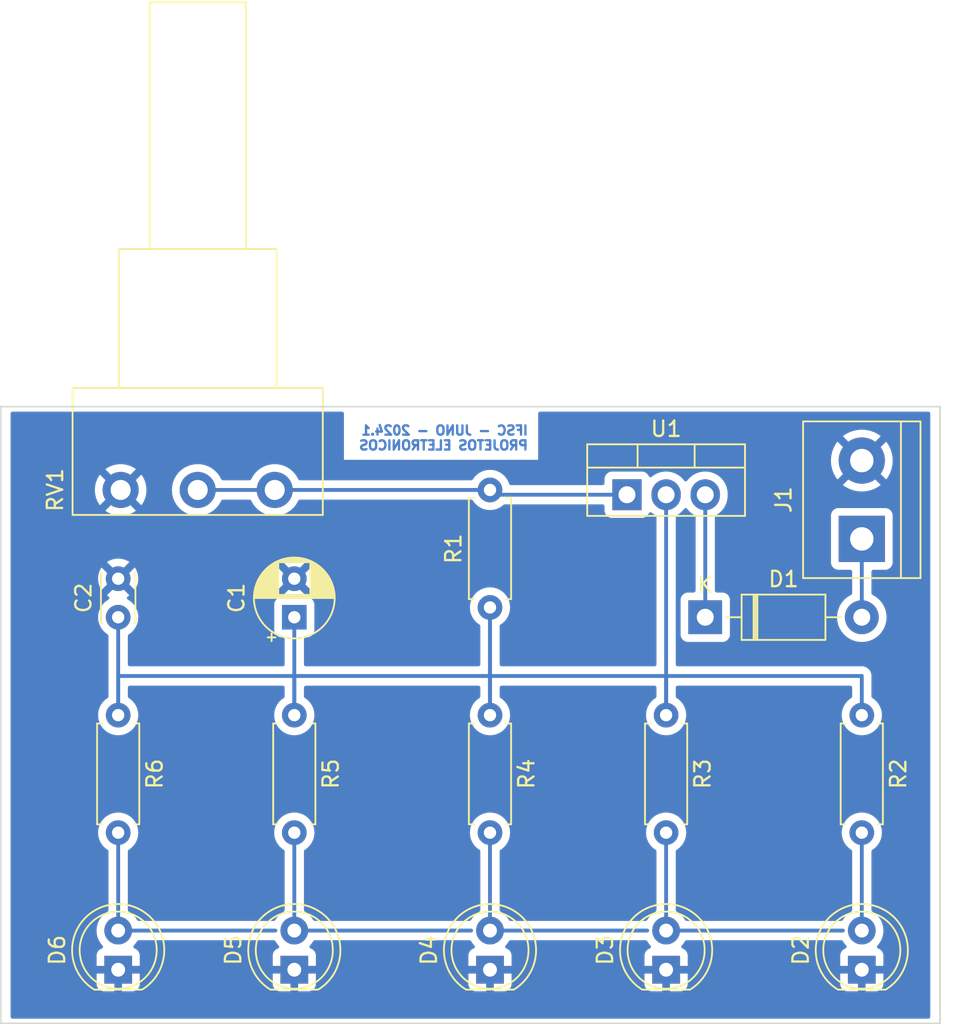
<source format=kicad_pcb>
(kicad_pcb (version 20221018) (generator pcbnew)
  (layers (0 "F.Cu" signal) (31 "B.Cu" signal) (34 "B.Paste" user) (35 "F.Paste" user) (36 "B.SilkS" user "B.Silkscreen") (37 "F.SilkS" user "F.Silkscreen") (38 "B.Mask" user) (39 "F.Mask" user) (44 "Edge.Cuts" user))
  (net 0 "")
  (net 1 "Net-(U1-VO)")
  (net 2 "GNDREF")
  (net 3 "Net-(#FLG01-pwr)")
  (net 4 "Net-(D1-A)")
  (net 5 "Net-(D2-A)")
  (net 6 "Net-(D3-A)")
  (net 7 "Net-(D4-A)")
  (net 8 "Net-(D5-A)")
  (net 9 "Net-(D6-A)")
  (net 10 "Net-(U1-ADJ)")
  (footprint "Capacitor_THT:C_Disc_D3.0mm_W2.0mm_P2.50mm" (layer "F.Cu") (at 175.26 73.66 90)
    (fp_text reference "C2" (at 1.25 -2.25 90) (layer "F.SilkS"))
    (fp_text value "100nF")
    (fp_line (start -0.37 -1.12) (end -0.37 -1.055) (stroke (width 0.12)) (layer "F.SilkS"))
    (fp_line (start -0.37 -1.12) (end 2.87 -1.12) (stroke (width 0.12)) (layer "F.SilkS"))
    (fp_line (start -0.37 1.055) (end -0.37 1.12) (stroke (width 0.12)) (layer "F.SilkS"))
    (fp_line (start -0.37 1.12) (end 2.87 1.12) (stroke (width 0.12)) (layer "F.SilkS"))
    (fp_line (start 2.87 -1.12) (end 2.87 -1.055) (stroke (width 0.12)) (layer "F.SilkS"))
    (fp_line (start 2.87 1.055) (end 2.87 1.12) (stroke (width 0.12)) (layer "F.SilkS"))
    (pad "1" thru_hole circle (at 0 0 90) (size 1.6 1.6) (drill 0.8) (layers "*.Cu" "*.Mask") (net 1 "Net-(U1-VO)"))
    (pad "2" thru_hole circle (at 2.5 0 90) (size 1.6 1.6) (drill 0.8) (layers "*.Cu" "*.Mask") (net 2 "GNDREF"))
  )
  (footprint "LED_THT:LED_D5.0mm" (layer "F.Cu") (at 223.52 96.52 90)
    (fp_text reference "D2" (at 1.27 -3.96 90) (layer "F.SilkS"))
    (fp_text value "LED")
    (fp_line (start -1.29 -1.545) (end -1.29 1.545) (stroke (width 0.12)) (layer "F.SilkS"))
    (fp_arc (start -1.29 -1.54483) (mid 2.072002 -2.880433) (end 4.26 0.000462) (stroke (width 0.12)) (layer "F.SilkS"))
    (fp_arc (start 4.26 -0.000462) (mid 2.072002 2.880433) (end -1.29 1.54483) (stroke (width 0.12)) (layer "F.SilkS"))
    (fp_circle (center 1.27 0) (end 3.77 0) (stroke (width 0.12)) (fill none) (layer "F.SilkS"))
    (pad "1" thru_hole rect (at 0 0 90) (size 1.8 1.8) (drill 0.9) (layers "*.Cu" "*.Mask") (net 2 "GNDREF"))
    (pad "2" thru_hole circle (at 2.54 0 90) (size 1.8 1.8) (drill 0.9) (layers "*.Cu" "*.Mask") (net 5 "Net-(D2-A)"))
  )
  (footprint "Package_TO_SOT_THT:TO-220-3_Vertical" (layer "F.Cu") (at 208.28 65.715)
    (fp_text reference "U1" (at 2.54 -4.27) (layer "F.SilkS"))
    (fp_text value "LM317_TO-220")
    (fp_line (start -2.58 -3.27) (end -2.58 1.371) (stroke (width 0.12)) (layer "F.SilkS"))
    (fp_line (start -2.58 -3.27) (end 7.66 -3.27) (stroke (width 0.12)) (layer "F.SilkS"))
    (fp_line (start -2.58 -1.76) (end 7.66 -1.76) (stroke (width 0.12)) (layer "F.SilkS"))
    (fp_line (start -2.58 1.371) (end 7.66 1.371) (stroke (width 0.12)) (layer "F.SilkS"))
    (fp_line (start 0.69 -3.27) (end 0.69 -1.76) (stroke (width 0.12)) (layer "F.SilkS"))
    (fp_line (start 4.391 -3.27) (end 4.391 -1.76) (stroke (width 0.12)) (layer "F.SilkS"))
    (fp_line (start 7.66 -3.27) (end 7.66 1.371) (stroke (width 0.12)) (layer "F.SilkS"))
    (pad "1" thru_hole rect (at 0 0) (size 1.905 2) (drill 1.1) (layers "*.Cu" "*.Mask") (net 10 "Net-(U1-ADJ)"))
    (pad "2" thru_hole oval (at 2.54 0) (size 1.905 2) (drill 1.1) (layers "*.Cu" "*.Mask") (net 1 "Net-(U1-VO)"))
    (pad "3" thru_hole oval (at 5.08 0) (size 1.905 2) (drill 1.1) (layers "*.Cu" "*.Mask") (net 3 "Net-(#FLG01-pwr)"))
  )
  (footprint "TerminalBlock:TerminalBlock_bornier-2_P5.08mm" (layer "F.Cu") (at 223.52 68.58 90)
    (fp_text reference "J1" (at 2.54 -5.08 90) (layer "F.SilkS"))
    (fp_text value "12V")
    (fp_line (start -2.54 -3.81) (end -2.54 3.81) (stroke (width 0.12)) (layer "F.SilkS"))
    (fp_line (start -2.54 3.81) (end 7.62 3.81) (stroke (width 0.12)) (layer "F.SilkS"))
    (fp_line (start 7.62 -3.81) (end -2.54 -3.81) (stroke (width 0.12)) (layer "F.SilkS"))
    (fp_line (start 7.62 2.54) (end -2.54 2.54) (stroke (width 0.12)) (layer "F.SilkS"))
    (fp_line (start 7.62 3.81) (end 7.62 -3.81) (stroke (width 0.12)) (layer "F.SilkS"))
    (pad "1" thru_hole rect (at 0 0 90) (size 3 3) (drill 1.52) (layers "*.Cu" "*.Mask") (net 4 "Net-(D1-A)"))
    (pad "2" thru_hole circle (at 5.08 0 90) (size 3 3) (drill 1.52) (layers "*.Cu" "*.Mask") (net 2 "GNDREF"))
  )
  (footprint "Resistor_THT:R_Axial_DIN0207_L6.3mm_D2.5mm_P7.62mm_Horizontal" (layer "F.Cu") (at 186.69 80.01 -90)
    (fp_text reference "R5" (at 3.81 -2.37 90) (layer "F.SilkS"))
    (fp_text value "330")
    (fp_line (start 0.54 -1.37) (end 7.08 -1.37) (stroke (width 0.12)) (layer "F.SilkS"))
    (fp_line (start 0.54 -1.04) (end 0.54 -1.37) (stroke (width 0.12)) (layer "F.SilkS"))
    (fp_line (start 0.54 1.04) (end 0.54 1.37) (stroke (width 0.12)) (layer "F.SilkS"))
    (fp_line (start 0.54 1.37) (end 7.08 1.37) (stroke (width 0.12)) (layer "F.SilkS"))
    (fp_line (start 7.08 -1.37) (end 7.08 -1.04) (stroke (width 0.12)) (layer "F.SilkS"))
    (fp_line (start 7.08 1.37) (end 7.08 1.04) (stroke (width 0.12)) (layer "F.SilkS"))
    (pad "1" thru_hole circle (at 0 0 270) (size 1.6 1.6) (drill 0.8) (layers "*.Cu" "*.Mask") (net 1 "Net-(U1-VO)"))
    (pad "2" thru_hole oval (at 7.62 0 270) (size 1.6 1.6) (drill 0.8) (layers "*.Cu" "*.Mask") (net 8 "Net-(D5-A)"))
  )
  (footprint "Resistor_THT:R_Axial_DIN0207_L6.3mm_D2.5mm_P7.62mm_Horizontal" (layer "F.Cu") (at 199.39 80.01 -90)
    (fp_text reference "R4" (at 3.81 -2.37 90) (layer "F.SilkS"))
    (fp_text value "330")
    (fp_line (start 0.54 -1.37) (end 7.08 -1.37) (stroke (width 0.12)) (layer "F.SilkS"))
    (fp_line (start 0.54 -1.04) (end 0.54 -1.37) (stroke (width 0.12)) (layer "F.SilkS"))
    (fp_line (start 0.54 1.04) (end 0.54 1.37) (stroke (width 0.12)) (layer "F.SilkS"))
    (fp_line (start 0.54 1.37) (end 7.08 1.37) (stroke (width 0.12)) (layer "F.SilkS"))
    (fp_line (start 7.08 -1.37) (end 7.08 -1.04) (stroke (width 0.12)) (layer "F.SilkS"))
    (fp_line (start 7.08 1.37) (end 7.08 1.04) (stroke (width 0.12)) (layer "F.SilkS"))
    (pad "1" thru_hole circle (at 0 0 270) (size 1.6 1.6) (drill 0.8) (layers "*.Cu" "*.Mask") (net 1 "Net-(U1-VO)"))
    (pad "2" thru_hole oval (at 7.62 0 270) (size 1.6 1.6) (drill 0.8) (layers "*.Cu" "*.Mask") (net 7 "Net-(D4-A)"))
  )
  (footprint "Capacitor_THT:CP_Radial_D5.0mm_P2.50mm" (layer "F.Cu") (at 186.69 73.66 90)
    (fp_text reference "C1" (at 1.25 -3.75 90) (layer "F.SilkS"))
    (fp_text value "10uF")
    (fp_line (start -1.554775 -1.475) (end -1.054775 -1.475) (stroke (width 0.12)) (layer "F.SilkS"))
    (fp_line (start -1.304775 -1.725) (end -1.304775 -1.225) (stroke (width 0.12)) (layer "F.SilkS"))
    (fp_line (start 1.25 -2.58) (end 1.25 2.58) (stroke (width 0.12)) (layer "F.SilkS"))
    (fp_line (start 1.29 -2.58) (end 1.29 2.58) (stroke (width 0.12)) (layer "F.SilkS"))
    (fp_line (start 1.33 -2.579) (end 1.33 2.579) (stroke (width 0.12)) (layer "F.SilkS"))
    (fp_line (start 1.37 -2.578) (end 1.37 2.578) (stroke (width 0.12)) (layer "F.SilkS"))
    (fp_line (start 1.41 -2.576) (end 1.41 2.576) (stroke (width 0.12)) (layer "F.SilkS"))
    (fp_line (start 1.45 -2.573) (end 1.45 2.573) (stroke (width 0.12)) (layer "F.SilkS"))
    (fp_line (start 1.49 -2.569) (end 1.49 -1.04) (stroke (width 0.12)) (layer "F.SilkS"))
    (fp_line (start 1.49 1.04) (end 1.49 2.569) (stroke (width 0.12)) (layer "F.SilkS"))
    (fp_line (start 1.53 -2.565) (end 1.53 -1.04) (stroke (width 0.12)) (layer "F.SilkS"))
    (fp_line (start 1.53 1.04) (end 1.53 2.565) (stroke (width 0.12)) (layer "F.SilkS"))
    (fp_line (start 1.57 -2.561) (end 1.57 -1.04) (stroke (width 0.12)) (layer "F.SilkS"))
    (fp_line (start 1.57 1.04) (end 1.57 2.561) (stroke (width 0.12)) (layer "F.SilkS"))
    (fp_line (start 1.61 -2.556) (end 1.61 -1.04) (stroke (width 0.12)) (layer "F.SilkS"))
    (fp_line (start 1.61 1.04) (end 1.61 2.556) (stroke (width 0.12)) (layer "F.SilkS"))
    (fp_line (start 1.65 -2.55) (end 1.65 -1.04) (stroke (width 0.12)) (layer "F.SilkS"))
    (fp_line (start 1.65 1.04) (end 1.65 2.55) (stroke (width 0.12)) (layer "F.SilkS"))
    (fp_line (start 1.69 -2.543) (end 1.69 -1.04) (stroke (width 0.12)) (layer "F.SilkS"))
    (fp_line (start 1.69 1.04) (end 1.69 2.543) (stroke (width 0.12)) (layer "F.SilkS"))
    (fp_line (start 1.73 -2.536) (end 1.73 -1.04) (stroke (width 0.12)) (layer "F.SilkS"))
    (fp_line (start 1.73 1.04) (end 1.73 2.536) (stroke (width 0.12)) (layer "F.SilkS"))
    (fp_line (start 1.77 -2.528) (end 1.77 -1.04) (stroke (width 0.12)) (layer "F.SilkS"))
    (fp_line (start 1.77 1.04) (end 1.77 2.528) (stroke (width 0.12)) (layer "F.SilkS"))
    (fp_line (start 1.81 -2.52) (end 1.81 -1.04) (stroke (width 0.12)) (layer "F.SilkS"))
    (fp_line (start 1.81 1.04) (end 1.81 2.52) (stroke (width 0.12)) (layer "F.SilkS"))
    (fp_line (start 1.85 -2.511) (end 1.85 -1.04) (stroke (width 0.12)) (layer "F.SilkS"))
    (fp_line (start 1.85 1.04) (end 1.85 2.511) (stroke (width 0.12)) (layer "F.SilkS"))
    (fp_line (start 1.89 -2.501) (end 1.89 -1.04) (stroke (width 0.12)) (layer "F.SilkS"))
    (fp_line (start 1.89 1.04) (end 1.89 2.501) (stroke (width 0.12)) (layer "F.SilkS"))
    (fp_line (start 1.93 -2.491) (end 1.93 -1.04) (stroke (width 0.12)) (layer "F.SilkS"))
    (fp_line (start 1.93 1.04) (end 1.93 2.491) (stroke (width 0.12)) (layer "F.SilkS"))
    (fp_line (start 1.971 -2.48) (end 1.971 -1.04) (stroke (width 0.12)) (layer "F.SilkS"))
    (fp_line (start 1.971 1.04) (end 1.971 2.48) (stroke (width 0.12)) (layer "F.SilkS"))
    (fp_line (start 2.011 -2.468) (end 2.011 -1.04) (stroke (width 0.12)) (layer "F.SilkS"))
    (fp_line (start 2.011 1.04) (end 2.011 2.468) (stroke (width 0.12)) (layer "F.SilkS"))
    (fp_line (start 2.051 -2.455) (end 2.051 -1.04) (stroke (width 0.12)) (layer "F.SilkS"))
    (fp_line (start 2.051 1.04) (end 2.051 2.455) (stroke (width 0.12)) (layer "F.SilkS"))
    (fp_line (start 2.091 -2.442) (end 2.091 -1.04) (stroke (width 0.12)) (layer "F.SilkS"))
    (fp_line (start 2.091 1.04) (end 2.091 2.442) (stroke (width 0.12)) (layer "F.SilkS"))
    (fp_line (start 2.131 -2.428) (end 2.131 -1.04) (stroke (width 0.12)) (layer "F.SilkS"))
    (fp_line (start 2.131 1.04) (end 2.131 2.428) (stroke (width 0.12)) (layer "F.SilkS"))
    (fp_line (start 2.171 -2.414) (end 2.171 -1.04) (stroke (width 0.12)) (layer "F.SilkS"))
    (fp_line (start 2.171 1.04) (end 2.171 2.414) (stroke (width 0.12)) (layer "F.SilkS"))
    (fp_line (start 2.211 -2.398) (end 2.211 -1.04) (stroke (width 0.12)) (layer "F.SilkS"))
    (fp_line (start 2.211 1.04) (end 2.211 2.398) (stroke (width 0.12)) (layer "F.SilkS"))
    (fp_line (start 2.251 -2.382) (end 2.251 -1.04) (stroke (width 0.12)) (layer "F.SilkS"))
    (fp_line (start 2.251 1.04) (end 2.251 2.382) (stroke (width 0.12)) (layer "F.SilkS"))
    (fp_line (start 2.291 -2.365) (end 2.291 -1.04) (stroke (width 0.12)) (layer "F.SilkS"))
    (fp_line (start 2.291 1.04) (end 2.291 2.365) (stroke (width 0.12)) (layer "F.SilkS"))
    (fp_line (start 2.331 -2.348) (end 2.331 -1.04) (stroke (width 0.12)) (layer "F.SilkS"))
    (fp_line (start 2.331 1.04) (end 2.331 2.348) (stroke (width 0.12)) (layer "F.SilkS"))
    (fp_line (start 2.371 -2.329) (end 2.371 -1.04) (stroke (width 0.12)) (layer "F.SilkS"))
    (fp_line (start 2.371 1.04) (end 2.371 2.329) (stroke (width 0.12)) (layer "F.SilkS"))
    (fp_line (start 2.411 -2.31) (end 2.411 -1.04) (stroke (width 0.12)) (layer "F.SilkS"))
    (fp_line (start 2.411 1.04) (end 2.411 2.31) (stroke (width 0.12)) (layer "F.SilkS"))
    (fp_line (start 2.451 -2.29) (end 2.451 -1.04) (stroke (width 0.12)) (layer "F.SilkS"))
    (fp_line (start 2.451 1.04) (end 2.451 2.29) (stroke (width 0.12)) (layer "F.SilkS"))
    (fp_line (start 2.491 -2.268) (end 2.491 -1.04) (stroke (width 0.12)) (layer "F.SilkS"))
    (fp_line (start 2.491 1.04) (end 2.491 2.268) (stroke (width 0.12)) (layer "F.SilkS"))
    (fp_line (start 2.531 -2.247) (end 2.531 -1.04) (stroke (width 0.12)) (layer "F.SilkS"))
    (fp_line (start 2.531 1.04) (end 2.531 2.247) (stroke (width 0.12)) (layer "F.SilkS"))
    (fp_line (start 2.571 -2.224) (end 2.571 -1.04) (stroke (width 0.12)) (layer "F.SilkS"))
    (fp_line (start 2.571 1.04) (end 2.571 2.224) (stroke (width 0.12)) (layer "F.SilkS"))
    (fp_line (start 2.611 -2.2) (end 2.611 -1.04) (stroke (width 0.12)) (layer "F.SilkS"))
    (fp_line (start 2.611 1.04) (end 2.611 2.2) (stroke (width 0.12)) (layer "F.SilkS"))
    (fp_line (start 2.651 -2.175) (end 2.651 -1.04) (stroke (width 0.12)) (layer "F.SilkS"))
    (fp_line (start 2.651 1.04) (end 2.651 2.175) (stroke (width 0.12)) (layer "F.SilkS"))
    (fp_line (start 2.691 -2.149) (end 2.691 -1.04) (stroke (width 0.12)) (layer "F.SilkS"))
    (fp_line (start 2.691 1.04) (end 2.691 2.149) (stroke (width 0.12)) (layer "F.SilkS"))
    (fp_line (start 2.731 -2.122) (end 2.731 -1.04) (stroke (width 0.12)) (layer "F.SilkS"))
    (fp_line (start 2.731 1.04) (end 2.731 2.122) (stroke (width 0.12)) (layer "F.SilkS"))
    (fp_line (start 2.771 -2.095) (end 2.771 -1.04) (stroke (width 0.12)) (layer "F.SilkS"))
    (fp_line (start 2.771 1.04) (end 2.771 2.095) (stroke (width 0.12)) (layer "F.SilkS"))
    (fp_line (start 2.811 -2.065) (end 2.811 -1.04) (stroke (width 0.12)) (layer "F.SilkS"))
    (fp_line (start 2.811 1.04) (end 2.811 2.065) (stroke (width 0.12)) (layer "F.SilkS"))
    (fp_line (start 2.851 -2.035) (end 2.851 -1.04) (stroke (width 0.12)) (layer "F.SilkS"))
    (fp_line (start 2.851 1.04) (end 2.851 2.035) (stroke (width 0.12)) (layer "F.SilkS"))
    (fp_line (start 2.891 -2.004) (end 2.891 -1.04) (stroke (width 0.12)) (layer "F.SilkS"))
    (fp_line (start 2.891 1.04) (end 2.891 2.004) (stroke (width 0.12)) (layer "F.SilkS"))
    (fp_line (start 2.931 -1.971) (end 2.931 -1.04) (stroke (width 0.12)) (layer "F.SilkS"))
    (fp_line (start 2.931 1.04) (end 2.931 1.971) (stroke (width 0.12)) (layer "F.SilkS"))
    (fp_line (start 2.971 -1.937) (end 2.971 -1.04) (stroke (width 0.12)) (layer "F.SilkS"))
    (fp_line (start 2.971 1.04) (end 2.971 1.937) (stroke (width 0.12)) (layer "F.SilkS"))
    (fp_line (start 3.011 -1.901) (end 3.011 -1.04) (stroke (width 0.12)) (layer "F.SilkS"))
    (fp_line (start 3.011 1.04) (end 3.011 1.901) (stroke (width 0.12)) (layer "F.SilkS"))
    (fp_line (start 3.051 -1.864) (end 3.051 -1.04) (stroke (width 0.12)) (layer "F.SilkS"))
    (fp_line (start 3.051 1.04) (end 3.051 1.864) (stroke (width 0.12)) (layer "F.SilkS"))
    (fp_line (start 3.091 -1.826) (end 3.091 -1.04) (stroke (width 0.12)) (layer "F.SilkS"))
    (fp_line (start 3.091 1.04) (end 3.091 1.826) (stroke (width 0.12)) (layer "F.SilkS"))
    (fp_line (start 3.131 -1.785) (end 3.131 -1.04) (stroke (width 0.12)) (layer "F.SilkS"))
    (fp_line (start 3.131 1.04) (end 3.131 1.785) (stroke (width 0.12)) (layer "F.SilkS"))
    (fp_line (start 3.171 -1.743) (end 3.171 -1.04) (stroke (width 0.12)) (layer "F.SilkS"))
    (fp_line (start 3.171 1.04) (end 3.171 1.743) (stroke (width 0.12)) (layer "F.SilkS"))
    (fp_line (start 3.211 -1.699) (end 3.211 -1.04) (stroke (width 0.12)) (layer "F.SilkS"))
    (fp_line (start 3.211 1.04) (end 3.211 1.699) (stroke (width 0.12)) (layer "F.SilkS"))
    (fp_line (start 3.251 -1.653) (end 3.251 -1.04) (stroke (width 0.12)) (layer "F.SilkS"))
    (fp_line (start 3.251 1.04) (end 3.251 1.653) (stroke (width 0.12)) (layer "F.SilkS"))
    (fp_line (start 3.291 -1.605) (end 3.291 -1.04) (stroke (width 0.12)) (layer "F.SilkS"))
    (fp_line (start 3.291 1.04) (end 3.291 1.605) (stroke (width 0.12)) (layer "F.SilkS"))
    (fp_line (start 3.331 -1.554) (end 3.331 -1.04) (stroke (width 0.12)) (layer "F.SilkS"))
    (fp_line (start 3.331 1.04) (end 3.331 1.554) (stroke (width 0.12)) (layer "F.SilkS"))
    (fp_line (start 3.371 -1.5) (end 3.371 -1.04) (stroke (width 0.12)) (layer "F.SilkS"))
    (fp_line (start 3.371 1.04) (end 3.371 1.5) (stroke (width 0.12)) (layer "F.SilkS"))
    (fp_line (start 3.411 -1.443) (end 3.411 -1.04) (stroke (width 0.12)) (layer "F.SilkS"))
    (fp_line (start 3.411 1.04) (end 3.411 1.443) (stroke (width 0.12)) (layer "F.SilkS"))
    (fp_line (start 3.451 -1.383) (end 3.451 -1.04) (stroke (width 0.12)) (layer "F.SilkS"))
    (fp_line (start 3.451 1.04) (end 3.451 1.383) (stroke (width 0.12)) (layer "F.SilkS"))
    (fp_line (start 3.491 -1.319) (end 3.491 -1.04) (stroke (width 0.12)) (layer "F.SilkS"))
    (fp_line (start 3.491 1.04) (end 3.491 1.319) (stroke (width 0.12)) (layer "F.SilkS"))
    (fp_line (start 3.531 -1.251) (end 3.531 -1.04) (stroke (width 0.12)) (layer "F.SilkS"))
    (fp_line (start 3.531 1.04) (end 3.531 1.251) (stroke (width 0.12)) (layer "F.SilkS"))
    (fp_line (start 3.571 -1.178) (end 3.571 1.178) (stroke (width 0.12)) (layer "F.SilkS"))
    (fp_line (start 3.611 -1.098) (end 3.611 1.098) (stroke (width 0.12)) (layer "F.SilkS"))
    (fp_line (start 3.651 -1.011) (end 3.651 1.011) (stroke (width 0.12)) (layer "F.SilkS"))
    (fp_line (start 3.691 -0.915) (end 3.691 0.915) (stroke (width 0.12)) (layer "F.SilkS"))
    (fp_line (start 3.731 -0.805) (end 3.731 0.805) (stroke (width 0.12)) (layer "F.SilkS"))
    (fp_line (start 3.771 -0.677) (end 3.771 0.677) (stroke (width 0.12)) (layer "F.SilkS"))
    (fp_line (start 3.811 -0.518) (end 3.811 0.518) (stroke (width 0.12)) (layer "F.SilkS"))
    (fp_line (start 3.851 -0.284) (end 3.851 0.284) (stroke (width 0.12)) (layer "F.SilkS"))
    (fp_circle (center 1.25 0) (end 3.87 0) (stroke (width 0.12)) (fill none) (layer "F.SilkS"))
    (pad "1" thru_hole rect (at 0 0 90) (size 1.6 1.6) (drill 0.8) (layers "*.Cu" "*.Mask") (net 1 "Net-(U1-VO)"))
    (pad "2" thru_hole circle (at 2.5 0 90) (size 1.6 1.6) (drill 0.8) (layers "*.Cu" "*.Mask") (net 2 "GNDREF"))
  )
  (footprint "LED_THT:LED_D5.0mm" (layer "F.Cu") (at 186.69 96.52 90)
    (fp_text reference "D5" (at 1.27 -3.96 90) (layer "F.SilkS"))
    (fp_text value "LED")
    (fp_line (start -1.29 -1.545) (end -1.29 1.545) (stroke (width 0.12)) (layer "F.SilkS"))
    (fp_arc (start -1.29 -1.54483) (mid 2.072002 -2.880433) (end 4.26 0.000462) (stroke (width 0.12)) (layer "F.SilkS"))
    (fp_arc (start 4.26 -0.000462) (mid 2.072002 2.880433) (end -1.29 1.54483) (stroke (width 0.12)) (layer "F.SilkS"))
    (fp_circle (center 1.27 0) (end 3.77 0) (stroke (width 0.12)) (fill none) (layer "F.SilkS"))
    (pad "1" thru_hole rect (at 0 0 90) (size 1.8 1.8) (drill 0.9) (layers "*.Cu" "*.Mask") (net 2 "GNDREF"))
    (pad "2" thru_hole circle (at 2.54 0 90) (size 1.8 1.8) (drill 0.9) (layers "*.Cu" "*.Mask") (net 8 "Net-(D5-A)"))
  )
  (footprint "Potentiometer_THT:Potentiometer_Piher_PC-16_Single_Horizontal" (layer "F.Cu") (at 185.42 65.405 90)
    (fp_text reference "RV1" (at 0 -14.25 90) (layer "F.SilkS"))
    (fp_text value "2K")
    (fp_line (start -1.62 -13.12) (end -1.62 3.12) (stroke (width 0.12)) (layer "F.SilkS"))
    (fp_line (start -1.62 -13.12) (end 6.62 -13.12) (stroke (width 0.12)) (layer "F.SilkS"))
    (fp_line (start -1.62 3.12) (end 6.62 3.12) (stroke (width 0.12)) (layer "F.SilkS"))
    (fp_line (start 6.62 -13.12) (end 6.62 3.12) (stroke (width 0.12)) (layer "F.SilkS"))
    (fp_line (start 6.62 -10.12) (end 6.62 0.12) (stroke (width 0.12)) (layer "F.SilkS"))
    (fp_line (start 6.62 -10.12) (end 15.62 -10.12) (stroke (width 0.12)) (layer "F.SilkS"))
    (fp_line (start 6.62 0.12) (end 15.62 0.12) (stroke (width 0.12)) (layer "F.SilkS"))
    (fp_line (start 15.62 -10.12) (end 15.62 0.12) (stroke (width 0.12)) (layer "F.SilkS"))
    (fp_line (start 15.62 -8.12) (end 15.62 -1.879) (stroke (width 0.12)) (layer "F.SilkS"))
    (fp_line (start 15.62 -8.12) (end 31.62 -8.12) (stroke (width 0.12)) (layer "F.SilkS"))
    (fp_line (start 15.62 -1.879) (end 31.62 -1.879) (stroke (width 0.12)) (layer "F.SilkS"))
    (fp_line (start 31.62 -8.12) (end 31.62 -1.879) (stroke (width 0.12)) (layer "F.SilkS"))
    (pad "1" thru_hole circle (at 0 0 90) (size 2.34 2.34) (drill 1.3) (layers "*.Cu" "*.Mask") (net 10 "Net-(U1-ADJ)"))
    (pad "2" thru_hole circle (at 0 -5 90) (size 2.34 2.34) (drill 1.3) (layers "*.Cu" "*.Mask") (net 10 "Net-(U1-ADJ)"))
    (pad "3" thru_hole circle (at 0 -10 90) (size 2.34 2.34) (drill 1.3) (layers "*.Cu" "*.Mask") (net 2 "GNDREF"))
  )
  (footprint "Resistor_THT:R_Axial_DIN0207_L6.3mm_D2.5mm_P7.62mm_Horizontal" (layer "F.Cu") (at 210.82 80.01 -90)
    (fp_text reference "R3" (at 3.81 -2.37 90) (layer "F.SilkS"))
    (fp_text value "330")
    (fp_line (start 0.54 -1.37) (end 7.08 -1.37) (stroke (width 0.12)) (layer "F.SilkS"))
    (fp_line (start 0.54 -1.04) (end 0.54 -1.37) (stroke (width 0.12)) (layer "F.SilkS"))
    (fp_line (start 0.54 1.04) (end 0.54 1.37) (stroke (width 0.12)) (layer "F.SilkS"))
    (fp_line (start 0.54 1.37) (end 7.08 1.37) (stroke (width 0.12)) (layer "F.SilkS"))
    (fp_line (start 7.08 -1.37) (end 7.08 -1.04) (stroke (width 0.12)) (layer "F.SilkS"))
    (fp_line (start 7.08 1.37) (end 7.08 1.04) (stroke (width 0.12)) (layer "F.SilkS"))
    (pad "1" thru_hole circle (at 0 0 270) (size 1.6 1.6) (drill 0.8) (layers "*.Cu" "*.Mask") (net 1 "Net-(U1-VO)"))
    (pad "2" thru_hole oval (at 7.62 0 270) (size 1.6 1.6) (drill 0.8) (layers "*.Cu" "*.Mask") (net 6 "Net-(D3-A)"))
  )
  (footprint "Diode_THT:D_DO-41_SOD81_P10.16mm_Horizontal" (layer "F.Cu") (at 213.36 73.66)
    (fp_text reference "D1" (at 5.08 -2.47) (layer "F.SilkS"))
    (fp_text value "1N4007")
    (fp_text user "K" (at 0 -2.1) (layer "F.SilkS"))
    (fp_line (start 1.34 0) (end 2.36 0) (stroke (width 0.12)) (layer "F.SilkS"))
    (fp_line (start 2.36 -1.47) (end 2.36 1.47) (stroke (width 0.12)) (layer "F.SilkS"))
    (fp_line (start 2.36 1.47) (end 7.8 1.47) (stroke (width 0.12)) (layer "F.SilkS"))
    (fp_line (start 3.14 -1.47) (end 3.14 1.47) (stroke (width 0.12)) (layer "F.SilkS"))
    (fp_line (start 3.26 -1.47) (end 3.26 1.47) (stroke (width 0.12)) (layer "F.SilkS"))
    (fp_line (start 3.38 -1.47) (end 3.38 1.47) (stroke (width 0.12)) (layer "F.SilkS"))
    (fp_line (start 7.8 -1.47) (end 2.36 -1.47) (stroke (width 0.12)) (layer "F.SilkS"))
    (fp_line (start 7.8 1.47) (end 7.8 -1.47) (stroke (width 0.12)) (layer "F.SilkS"))
    (fp_line (start 8.82 0) (end 7.8 0) (stroke (width 0.12)) (layer "F.SilkS"))
    (pad "1" thru_hole rect (at 0 0) (size 2.2 2.2) (drill 1.1) (layers "*.Cu" "*.Mask") (net 3 "Net-(#FLG01-pwr)"))
    (pad "2" thru_hole oval (at 10.16 0) (size 2.2 2.2) (drill 1.1) (layers "*.Cu" "*.Mask") (net 4 "Net-(D1-A)"))
  )
  (footprint "LED_THT:LED_D5.0mm" (layer "F.Cu") (at 175.26 96.52 90)
    (fp_text reference "D6" (at 1.27 -3.96 90) (layer "F.SilkS"))
    (fp_text value "LED")
    (fp_line (start -1.29 -1.545) (end -1.29 1.545) (stroke (width 0.12)) (layer "F.SilkS"))
    (fp_arc (start -1.29 -1.54483) (mid 2.072002 -2.880433) (end 4.26 0.000462) (stroke (width 0.12)) (layer "F.SilkS"))
    (fp_arc (start 4.26 -0.000462) (mid 2.072002 2.880433) (end -1.29 1.54483) (stroke (width 0.12)) (layer "F.SilkS"))
    (fp_circle (center 1.27 0) (end 3.77 0) (stroke (width 0.12)) (fill none) (layer "F.SilkS"))
    (pad "1" thru_hole rect (at 0 0 90) (size 1.8 1.8) (drill 0.9) (layers "*.Cu" "*.Mask") (net 2 "GNDREF"))
    (pad "2" thru_hole circle (at 2.54 0 90) (size 1.8 1.8) (drill 0.9) (layers "*.Cu" "*.Mask") (net 9 "Net-(D6-A)"))
  )
  (footprint "Resistor_THT:R_Axial_DIN0207_L6.3mm_D2.5mm_P7.62mm_Horizontal" (layer "F.Cu") (at 223.52 80.01 -90)
    (fp_text reference "R2" (at 3.81 -2.37 90) (layer "F.SilkS"))
    (fp_text value "330")
    (fp_line (start 0.54 -1.37) (end 7.08 -1.37) (stroke (width 0.12)) (layer "F.SilkS"))
    (fp_line (start 0.54 -1.04) (end 0.54 -1.37) (stroke (width 0.12)) (layer "F.SilkS"))
    (fp_line (start 0.54 1.04) (end 0.54 1.37) (stroke (width 0.12)) (layer "F.SilkS"))
    (fp_line (start 0.54 1.37) (end 7.08 1.37) (stroke (width 0.12)) (layer "F.SilkS"))
    (fp_line (start 7.08 -1.37) (end 7.08 -1.04) (stroke (width 0.12)) (layer "F.SilkS"))
    (fp_line (start 7.08 1.37) (end 7.08 1.04) (stroke (width 0.12)) (layer "F.SilkS"))
    (pad "1" thru_hole circle (at 0 0 270) (size 1.6 1.6) (drill 0.8) (layers "*.Cu" "*.Mask") (net 1 "Net-(U1-VO)"))
    (pad "2" thru_hole oval (at 7.62 0 270) (size 1.6 1.6) (drill 0.8) (layers "*.Cu" "*.Mask") (net 5 "Net-(D2-A)"))
  )
  (footprint "Resistor_THT:R_Axial_DIN0207_L6.3mm_D2.5mm_P7.62mm_Horizontal" (layer "F.Cu") (at 199.39 73.025 90)
    (fp_text reference "R1" (at 3.81 -2.37 90) (layer "F.SilkS"))
    (fp_text value "220")
    (fp_line (start 0.54 -1.37) (end 7.08 -1.37) (stroke (width 0.12)) (layer "F.SilkS"))
    (fp_line (start 0.54 -1.04) (end 0.54 -1.37) (stroke (width 0.12)) (layer "F.SilkS"))
    (fp_line (start 0.54 1.04) (end 0.54 1.37) (stroke (width 0.12)) (layer "F.SilkS"))
    (fp_line (start 0.54 1.37) (end 7.08 1.37) (stroke (width 0.12)) (layer "F.SilkS"))
    (fp_line (start 7.08 -1.37) (end 7.08 -1.04) (stroke (width 0.12)) (layer "F.SilkS"))
    (fp_line (start 7.08 1.37) (end 7.08 1.04) (stroke (width 0.12)) (layer "F.SilkS"))
    (pad "1" thru_hole circle (at 0 0 90) (size 1.6 1.6) (drill 0.8) (layers "*.Cu" "*.Mask") (net 1 "Net-(U1-VO)"))
    (pad "2" thru_hole oval (at 7.62 0 90) (size 1.6 1.6) (drill 0.8) (layers "*.Cu" "*.Mask") (net 10 "Net-(U1-ADJ)"))
  )
  (footprint "LED_THT:LED_D5.0mm" (layer "F.Cu") (at 199.39 96.52 90)
    (fp_text reference "D4" (at 1.27 -3.96 90) (layer "F.SilkS"))
    (fp_text value "LED")
    (fp_line (start -1.29 -1.545) (end -1.29 1.545) (stroke (width 0.12)) (layer "F.SilkS"))
    (fp_arc (start -1.29 -1.54483) (mid 2.072002 -2.880433) (end 4.26 0.000462) (stroke (width 0.12)) (layer "F.SilkS"))
    (fp_arc (start 4.26 -0.000462) (mid 2.072002 2.880433) (end -1.29 1.54483) (stroke (width 0.12)) (layer "F.SilkS"))
    (fp_circle (center 1.27 0) (end 3.77 0) (stroke (width 0.12)) (fill none) (layer "F.SilkS"))
    (pad "1" thru_hole rect (at 0 0 90) (size 1.8 1.8) (drill 0.9) (layers "*.Cu" "*.Mask") (net 2 "GNDREF"))
    (pad "2" thru_hole circle (at 2.54 0 90) (size 1.8 1.8) (drill 0.9) (layers "*.Cu" "*.Mask") (net 7 "Net-(D4-A)"))
  )
  (footprint "Resistor_THT:R_Axial_DIN0207_L6.3mm_D2.5mm_P7.62mm_Horizontal" (layer "F.Cu") (at 175.26 80.01 -90)
    (fp_text reference "R6" (at 3.81 -2.37 90) (layer "F.SilkS"))
    (fp_text value "330")
    (fp_line (start 0.54 -1.37) (end 7.08 -1.37) (stroke (width 0.12)) (layer "F.SilkS"))
    (fp_line (start 0.54 -1.04) (end 0.54 -1.37) (stroke (width 0.12)) (layer "F.SilkS"))
    (fp_line (start 0.54 1.04) (end 0.54 1.37) (stroke (width 0.12)) (layer "F.SilkS"))
    (fp_line (start 0.54 1.37) (end 7.08 1.37) (stroke (width 0.12)) (layer "F.SilkS"))
    (fp_line (start 7.08 -1.37) (end 7.08 -1.04) (stroke (width 0.12)) (layer "F.SilkS"))
    (fp_line (start 7.08 1.37) (end 7.08 1.04) (stroke (width 0.12)) (layer "F.SilkS"))
    (pad "1" thru_hole circle (at 0 0 270) (size 1.6 1.6) (drill 0.8) (layers "*.Cu" "*.Mask") (net 1 "Net-(U1-VO)"))
    (pad "2" thru_hole oval (at 7.62 0 270) (size 1.6 1.6) (drill 0.8) (layers "*.Cu" "*.Mask") (net 9 "Net-(D6-A)"))
  )
  (footprint "LED_THT:LED_D5.0mm" (layer "F.Cu") (at 210.82 96.52 90)
    (fp_text reference "D3" (at 1.27 -3.96 90) (layer "F.SilkS"))
    (fp_text value "LED")
    (fp_line (start -1.29 -1.545) (end -1.29 1.545) (stroke (width 0.12)) (layer "F.SilkS"))
    (fp_arc (start -1.29 -1.54483) (mid 2.072002 -2.880433) (end 4.26 0.000462) (stroke (width 0.12)) (layer "F.SilkS"))
    (fp_arc (start 4.26 -0.000462) (mid 2.072002 2.880433) (end -1.29 1.54483) (stroke (width 0.12)) (layer "F.SilkS"))
    (fp_circle (center 1.27 0) (end 3.77 0) (stroke (width 0.12)) (fill none) (layer "F.SilkS"))
    (pad "1" thru_hole rect (at 0 0 90) (size 1.8 1.8) (drill 0.9) (layers "*.Cu" "*.Mask") (net 2 "GNDREF"))
    (pad "2" thru_hole circle (at 2.54 0 90) (size 1.8 1.8) (drill 0.9) (layers "*.Cu" "*.Mask") (net 6 "Net-(D3-A)"))
  )
  (gr_line (start 167.64 100) (end 167.64 60) (stroke (width 0.1)) (layer "Edge.Cuts"))
  (gr_line (start 228.6 100) (end 167.64 100) (stroke (width 0.1)) (layer "Edge.Cuts"))
  (gr_line (start 228.6 60) (end 228.6 100) (stroke (width 0.1)) (layer "Edge.Cuts"))
  (gr_line (start 167.64 60) (end 228.6 60) (stroke (width 0.1)) (layer "Edge.Cuts"))
  (gr_text "IFSC - JUNO - 2024.1\nPROJETOS ELETRONICOS " (at 201.93 62.865) (layer "B.Cu") (effects (font (size 0.6 0.6)) (justify left bottom mirror)))
  (segment (start 223.52 80.01) (end 223.52 77.47) (width 0.25) (layer "B.Cu") (net 1))
  (segment (start 223.52 77.47) (end 210.82 77.47) (width 0.25) (layer "B.Cu") (net 1))
  (segment (start 210.82 65.715) (end 210.82 80.01) (width 0.25) (layer "B.Cu") (net 1))
  (segment (start 199.39 73.025) (end 199.39 80.01) (width 0.25) (layer "B.Cu") (net 1))
  (segment (start 199.39 77.47) (end 199.39 80.01) (width 0.25) (layer "B.Cu") (net 1))
  (segment (start 186.69 73.66) (end 186.69 80.01) (width 0.25) (layer "B.Cu") (net 1))
  (segment (start 199.39 77.47) (end 210.82 77.47) (width 0.25) (layer "B.Cu") (net 1))
  (segment (start 175.26 80.01) (end 175.26 77.47) (width 0.25) (layer "B.Cu") (net 1))
  (segment (start 186.69 77.47) (end 199.39 77.47) (width 0.25) (layer "B.Cu") (net 1))
  (segment (start 199.39 73.025) (end 199.39 78.74) (width 0.25) (layer "B.Cu") (net 1))
  (segment (start 210.82 77.47) (end 210.82 80.01) (width 0.25) (layer "B.Cu") (net 1))
  (segment (start 175.26 73.66) (end 175.26 80.01) (width 0.25) (layer "B.Cu") (net 1))
  (segment (start 186.69 77.47) (end 186.69 80.01) (width 0.25) (layer "B.Cu") (net 1))
  (segment (start 175.26 77.47) (end 186.69 77.47) (width 0.25) (layer "B.Cu") (net 1))
  (segment (start 213.36 73.66) (end 213.36 65.715) (width 0.25) (layer "B.Cu") (net 3))
  (segment (start 223.52 68.58) (end 223.52 73.66) (width 0.25) (layer "B.Cu") (net 4))
  (segment (start 223.52 87.63) (end 223.52 93.98) (width 0.25) (layer "B.Cu") (net 5))
  (segment (start 210.82 93.98) (end 222.295 93.98) (width 0.25) (layer "B.Cu") (net 6))
  (segment (start 210.82 87.63) (end 210.82 93.98) (width 0.25) (layer "B.Cu") (net 6))
  (segment (start 199.39 93.98) (end 209.595 93.98) (width 0.25) (layer "B.Cu") (net 7))
  (segment (start 199.39 87.63) (end 199.39 93.98) (width 0.25) (layer "B.Cu") (net 7))
  (segment (start 186.69 87.63) (end 186.69 93.98) (width 0.25) (layer "B.Cu") (net 8))
  (segment (start 186.69 93.98) (end 198.165 93.98) (width 0.25) (layer "B.Cu") (net 8))
  (segment (start 175.26 87.63) (end 175.26 93.98) (width 0.25) (layer "B.Cu") (net 9))
  (segment (start 175.26 93.98) (end 185.465 93.98) (width 0.25) (layer "B.Cu") (net 9))
  (segment (start 208.28 65.715) (end 199.7 65.715) (width 0.25) (layer "B.Cu") (net 10))
  (segment (start 185.42 65.405) (end 180.42 65.405) (width 0.25) (layer "B.Cu") (net 10))
  (segment (start 199.39 65.405) (end 185.42 65.405) (width 0.25) (layer "B.Cu") (net 10))
  (segment (start 199.7 65.715) (end 199.39 65.405) (width 0.25) (layer "B.Cu") (net 10))
  (zone (net 2) (net_name "GNDREF") (layer "B.Cu") (connect_pads (clearance 0.5)) (min_thickness 0.25) (fill yes (thermal_gap 0.5) (thermal_bridge_width 0.5))
    (polygon (pts (xy 227.965 60.325) (xy 168.275 60.325) (xy 168.275 99.695) (xy 227.965 99.695)))
  )
)
</source>
